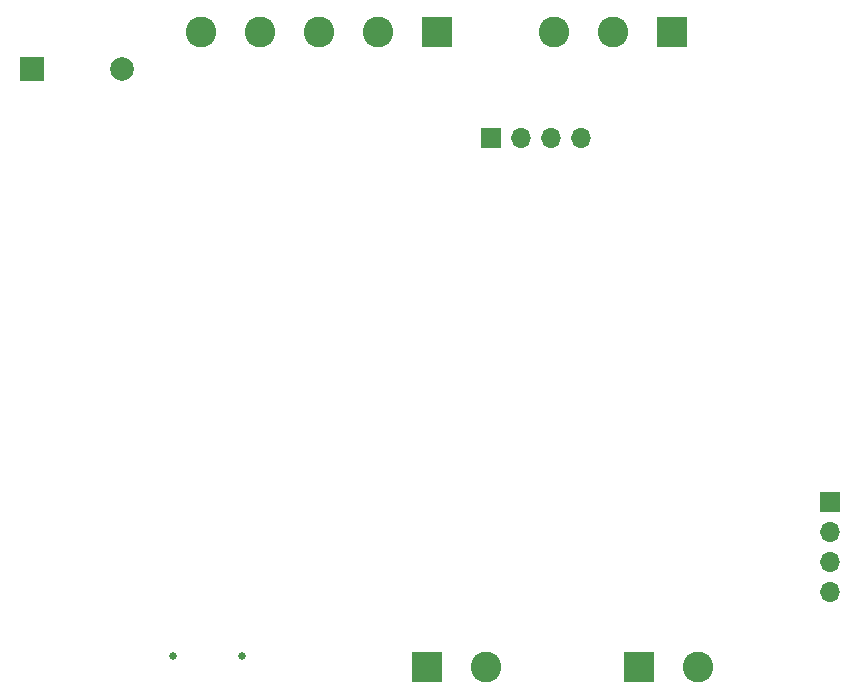
<source format=gbr>
%TF.GenerationSoftware,KiCad,Pcbnew,8.0.8-8.0.8-0~ubuntu24.04.1*%
%TF.CreationDate,2025-04-29T16:21:41-04:00*%
%TF.ProjectId,electronics,656c6563-7472-46f6-9e69-63732e6b6963,rev?*%
%TF.SameCoordinates,Original*%
%TF.FileFunction,Soldermask,Bot*%
%TF.FilePolarity,Negative*%
%FSLAX46Y46*%
G04 Gerber Fmt 4.6, Leading zero omitted, Abs format (unit mm)*
G04 Created by KiCad (PCBNEW 8.0.8-8.0.8-0~ubuntu24.04.1) date 2025-04-29 16:21:41*
%MOMM*%
%LPD*%
G01*
G04 APERTURE LIST*
%ADD10R,2.600000X2.600000*%
%ADD11C,2.600000*%
%ADD12R,2.000000X2.000000*%
%ADD13C,2.000000*%
%ADD14R,1.700000X1.700000*%
%ADD15O,1.700000X1.700000*%
%ADD16C,0.650000*%
G04 APERTURE END LIST*
D10*
%TO.C,J4*%
X162900000Y-55400000D03*
D11*
X157900000Y-55400000D03*
X152900000Y-55400000D03*
%TD*%
D10*
%TO.C,BT1*%
X160100000Y-109200000D03*
D11*
X165100000Y-109200000D03*
%TD*%
D10*
%TO.C,J3*%
X142100000Y-109200000D03*
D11*
X147100000Y-109200000D03*
%TD*%
D12*
%TO.C,BZ1*%
X108700000Y-58600000D03*
D13*
X116300000Y-58600000D03*
%TD*%
D14*
%TO.C,J5*%
X176250000Y-95230000D03*
D15*
X176250000Y-97770000D03*
X176250000Y-100310000D03*
X176250000Y-102850000D03*
%TD*%
D14*
%TO.C,U6*%
X147560000Y-64450000D03*
D15*
X150100000Y-64450000D03*
X152640000Y-64450000D03*
X155180000Y-64450000D03*
%TD*%
D10*
%TO.C,J2*%
X143000000Y-55400000D03*
D11*
X138000000Y-55400000D03*
X133000000Y-55400000D03*
X128000000Y-55400000D03*
X123000000Y-55400000D03*
%TD*%
D16*
%TO.C,J1*%
X120635000Y-108295000D03*
X126415000Y-108295000D03*
%TD*%
M02*

</source>
